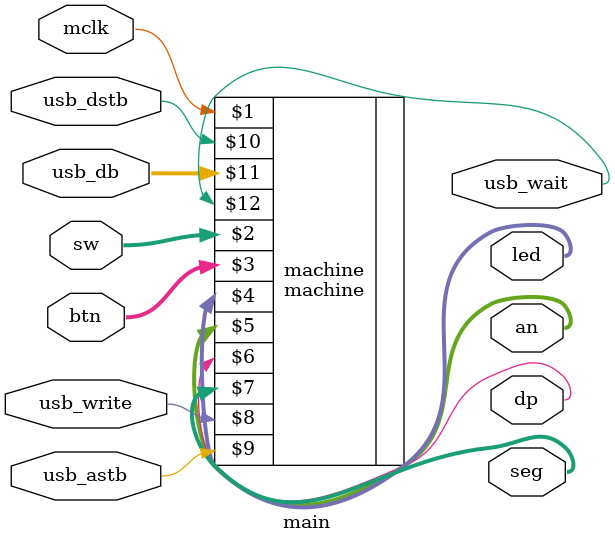
<source format=v>
module main(
    input wire mclk,
    input wire [7:0] sw,
    input wire [3:0] btn,
    output wire [7:0] led,
    output wire [3:0] an,
    output wire dp,
    output wire [6:0] seg,
    input wire usb_write,
    input wire usb_astb,
    input wire usb_dstb,
    output wire usb_wait,
    inout wire [7:0] usb_db
    );
    
    machine machine(mclk, sw, btn, led,
        an, dp, seg,
        usb_write, usb_astb, usb_dstb, usb_db, usb_wait
        );

endmodule

</source>
